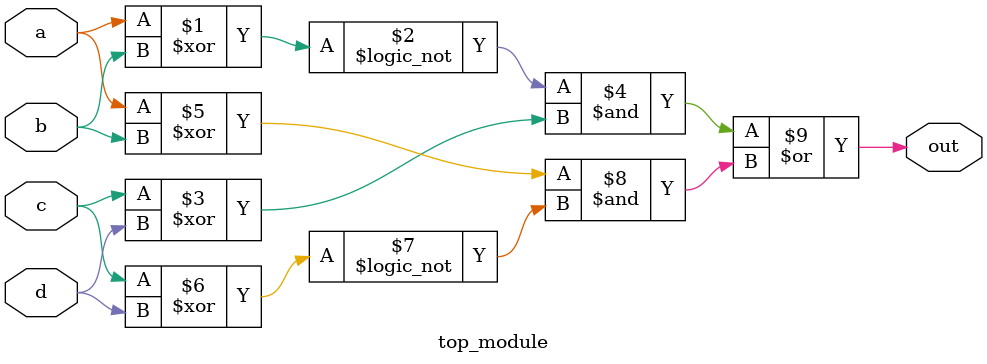
<source format=v>
module top_module(
    input a,
    input b,
    input c,
    input d,
    output out  ); 
    
    assign out = !(a ^ b) & (c ^ d) | (a ^ b) & !(c ^ d);

endmodule
</source>
